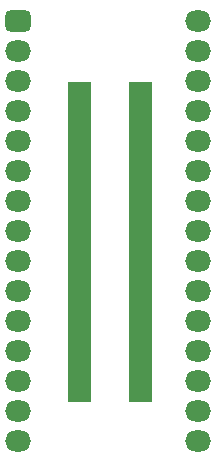
<source format=gbs>
G04 #@! TF.GenerationSoftware,KiCad,Pcbnew,6.0.1-79c1e3a40b~116~ubuntu20.04.1*
G04 #@! TF.CreationDate,2022-01-18T16:29:50+01:00*
G04 #@! TF.ProjectId,Arduino_GPIB_Adapter,41726475-696e-46f5-9f47-5049425f4164,rev?*
G04 #@! TF.SameCoordinates,Original*
G04 #@! TF.FileFunction,Soldermask,Bot*
G04 #@! TF.FilePolarity,Negative*
%FSLAX46Y46*%
G04 Gerber Fmt 4.6, Leading zero omitted, Abs format (unit mm)*
G04 Created by KiCad (PCBNEW 6.0.1-79c1e3a40b~116~ubuntu20.04.1) date 2022-01-18 16:29:50*
%MOMM*%
%LPD*%
G01*
G04 APERTURE LIST*
G04 Aperture macros list*
%AMRoundRect*
0 Rectangle with rounded corners*
0 $1 Rounding radius*
0 $2 $3 $4 $5 $6 $7 $8 $9 X,Y pos of 4 corners*
0 Add a 4 corners polygon primitive as box body*
4,1,4,$2,$3,$4,$5,$6,$7,$8,$9,$2,$3,0*
0 Add four circle primitives for the rounded corners*
1,1,$1+$1,$2,$3*
1,1,$1+$1,$4,$5*
1,1,$1+$1,$6,$7*
1,1,$1+$1,$8,$9*
0 Add four rect primitives between the rounded corners*
20,1,$1+$1,$2,$3,$4,$5,0*
20,1,$1+$1,$4,$5,$6,$7,0*
20,1,$1+$1,$6,$7,$8,$9,0*
20,1,$1+$1,$8,$9,$2,$3,0*%
G04 Aperture macros list end*
%ADD10C,0.120000*%
%ADD11RoundRect,0.476000X-0.625000X-0.425000X0.625000X-0.425000X0.625000X0.425000X-0.625000X0.425000X0*%
%ADD12O,2.202000X1.802000*%
G04 APERTURE END LIST*
D10*
X141259999Y-87764999D02*
X139389999Y-87764999D01*
X139389999Y-87764999D02*
X139389999Y-114784999D01*
X139389999Y-114784999D02*
X141259999Y-114784999D01*
X141259999Y-114784999D02*
X141259999Y-87764999D01*
G36*
X141259999Y-87764999D02*
G01*
X139389999Y-87764999D01*
X139389999Y-114784999D01*
X141259999Y-114784999D01*
X141259999Y-87764999D01*
G37*
X146444999Y-87794999D02*
X144574999Y-87794999D01*
X144574999Y-87794999D02*
X144574999Y-114814999D01*
X144574999Y-114814999D02*
X146444999Y-114814999D01*
X146444999Y-114814999D02*
X146444999Y-87794999D01*
G36*
X146444999Y-87794999D02*
G01*
X144574999Y-87794999D01*
X144574999Y-114814999D01*
X146444999Y-114814999D01*
X146444999Y-87794999D01*
G37*
X141259999Y-87764999D02*
X139389999Y-87764999D01*
X139389999Y-87764999D02*
X139389999Y-114784999D01*
X139389999Y-114784999D02*
X141259999Y-114784999D01*
X141259999Y-114784999D02*
X141259999Y-87764999D01*
G36*
X141259999Y-87764999D02*
G01*
X139389999Y-87764999D01*
X139389999Y-114784999D01*
X141259999Y-114784999D01*
X141259999Y-87764999D01*
G37*
X146444999Y-87794999D02*
X144574999Y-87794999D01*
X144574999Y-87794999D02*
X144574999Y-114814999D01*
X144574999Y-114814999D02*
X146444999Y-114814999D01*
X146444999Y-114814999D02*
X146444999Y-87794999D01*
G36*
X146444999Y-87794999D02*
G01*
X144574999Y-87794999D01*
X144574999Y-114814999D01*
X146444999Y-114814999D01*
X146444999Y-87794999D01*
G37*
D11*
X135200000Y-82660000D03*
D12*
X135200000Y-85200000D03*
X135200000Y-87740000D03*
X135200000Y-90280000D03*
X135200000Y-92820000D03*
X135200000Y-95360000D03*
X135200000Y-97900000D03*
X135200000Y-100440000D03*
X135200000Y-102980000D03*
X135200000Y-105520000D03*
X135200000Y-108060000D03*
X135200000Y-110600000D03*
X135200000Y-113140000D03*
X135200000Y-115680000D03*
X135200000Y-118220000D03*
X150440000Y-118220000D03*
X150440000Y-115680000D03*
X150440000Y-113140000D03*
X150440000Y-110600000D03*
X150440000Y-108060000D03*
X150440000Y-105520000D03*
X150440000Y-102980000D03*
X150440000Y-100440000D03*
X150440000Y-97900000D03*
X150440000Y-95360000D03*
X150440000Y-92820000D03*
X150440000Y-90280000D03*
X150440000Y-87740000D03*
X150440000Y-85200000D03*
X150440000Y-82660000D03*
M02*

</source>
